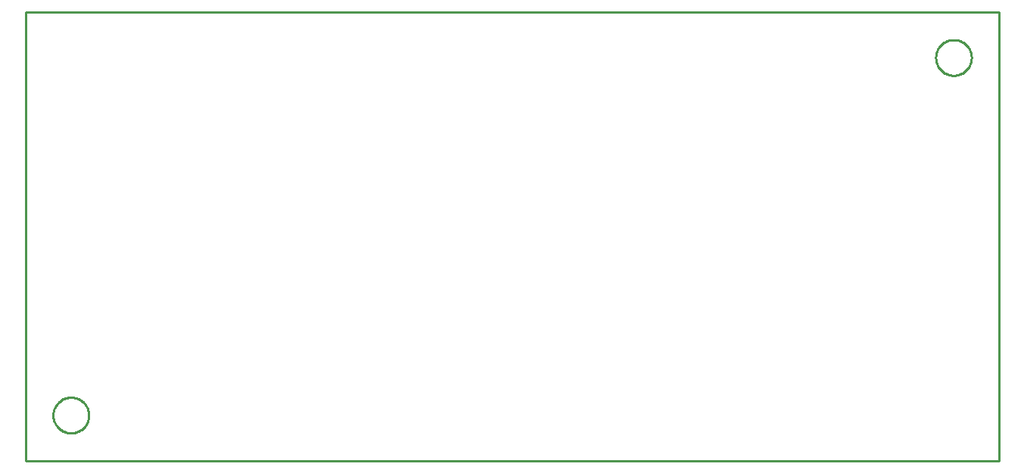
<source format=gbr>
G04 EAGLE Gerber RS-274X export*
G75*
%MOMM*%
%FSLAX34Y34*%
%LPD*%
%AMOC8*
5,1,8,0,0,1.08239X$1,22.5*%
G01*
%ADD10C,0.254000*%


D10*
X0Y0D02*
X1088825Y0D01*
X1088825Y501525D01*
X0Y501525D01*
X0Y0D01*
X1058164Y450248D02*
X1058091Y449045D01*
X1057946Y447849D01*
X1057729Y446663D01*
X1057440Y445493D01*
X1057082Y444343D01*
X1056655Y443216D01*
X1056160Y442117D01*
X1055600Y441050D01*
X1054977Y440019D01*
X1054292Y439028D01*
X1053549Y438079D01*
X1052750Y437177D01*
X1051898Y436325D01*
X1050996Y435526D01*
X1050048Y434783D01*
X1049056Y434098D01*
X1048025Y433475D01*
X1046958Y432915D01*
X1045859Y432420D01*
X1044732Y431993D01*
X1043582Y431635D01*
X1042412Y431346D01*
X1041226Y431129D01*
X1040030Y430984D01*
X1038828Y430911D01*
X1037623Y430911D01*
X1036420Y430984D01*
X1035224Y431129D01*
X1034038Y431346D01*
X1032868Y431635D01*
X1031718Y431993D01*
X1030591Y432420D01*
X1029492Y432915D01*
X1028425Y433475D01*
X1027394Y434098D01*
X1026403Y434783D01*
X1025454Y435526D01*
X1024552Y436325D01*
X1023700Y437177D01*
X1022901Y438079D01*
X1022158Y439028D01*
X1021473Y440019D01*
X1020850Y441050D01*
X1020290Y442117D01*
X1019795Y443216D01*
X1019368Y444343D01*
X1019010Y445493D01*
X1018721Y446663D01*
X1018504Y447849D01*
X1018359Y449045D01*
X1018286Y450248D01*
X1018286Y451453D01*
X1018359Y452655D01*
X1018504Y453851D01*
X1018721Y455037D01*
X1019010Y456207D01*
X1019368Y457357D01*
X1019795Y458484D01*
X1020290Y459583D01*
X1020850Y460650D01*
X1021473Y461681D01*
X1022158Y462673D01*
X1022901Y463621D01*
X1023700Y464523D01*
X1024552Y465375D01*
X1025454Y466174D01*
X1026403Y466917D01*
X1027394Y467602D01*
X1028425Y468225D01*
X1029492Y468785D01*
X1030591Y469280D01*
X1031718Y469707D01*
X1032868Y470065D01*
X1034038Y470354D01*
X1035224Y470571D01*
X1036420Y470716D01*
X1037623Y470789D01*
X1038828Y470789D01*
X1040030Y470716D01*
X1041226Y470571D01*
X1042412Y470354D01*
X1043582Y470065D01*
X1044732Y469707D01*
X1045859Y469280D01*
X1046958Y468785D01*
X1048025Y468225D01*
X1049056Y467602D01*
X1050048Y466917D01*
X1050996Y466174D01*
X1051898Y465375D01*
X1052750Y464523D01*
X1053549Y463621D01*
X1054292Y462673D01*
X1054977Y461681D01*
X1055600Y460650D01*
X1056160Y459583D01*
X1056655Y458484D01*
X1057082Y457357D01*
X1057440Y456207D01*
X1057729Y455037D01*
X1057946Y453851D01*
X1058091Y452655D01*
X1058164Y451453D01*
X1058164Y450248D01*
X70739Y50198D02*
X70666Y48995D01*
X70521Y47799D01*
X70304Y46613D01*
X70015Y45443D01*
X69657Y44293D01*
X69230Y43166D01*
X68735Y42067D01*
X68175Y41000D01*
X67552Y39969D01*
X66867Y38978D01*
X66124Y38029D01*
X65325Y37127D01*
X64473Y36275D01*
X63571Y35476D01*
X62623Y34733D01*
X61631Y34048D01*
X60600Y33425D01*
X59533Y32865D01*
X58434Y32370D01*
X57307Y31943D01*
X56157Y31585D01*
X54987Y31296D01*
X53801Y31079D01*
X52605Y30934D01*
X51403Y30861D01*
X50198Y30861D01*
X48995Y30934D01*
X47799Y31079D01*
X46613Y31296D01*
X45443Y31585D01*
X44293Y31943D01*
X43166Y32370D01*
X42067Y32865D01*
X41000Y33425D01*
X39969Y34048D01*
X38978Y34733D01*
X38029Y35476D01*
X37127Y36275D01*
X36275Y37127D01*
X35476Y38029D01*
X34733Y38978D01*
X34048Y39969D01*
X33425Y41000D01*
X32865Y42067D01*
X32370Y43166D01*
X31943Y44293D01*
X31585Y45443D01*
X31296Y46613D01*
X31079Y47799D01*
X30934Y48995D01*
X30861Y50198D01*
X30861Y51403D01*
X30934Y52605D01*
X31079Y53801D01*
X31296Y54987D01*
X31585Y56157D01*
X31943Y57307D01*
X32370Y58434D01*
X32865Y59533D01*
X33425Y60600D01*
X34048Y61631D01*
X34733Y62623D01*
X35476Y63571D01*
X36275Y64473D01*
X37127Y65325D01*
X38029Y66124D01*
X38978Y66867D01*
X39969Y67552D01*
X41000Y68175D01*
X42067Y68735D01*
X43166Y69230D01*
X44293Y69657D01*
X45443Y70015D01*
X46613Y70304D01*
X47799Y70521D01*
X48995Y70666D01*
X50198Y70739D01*
X51403Y70739D01*
X52605Y70666D01*
X53801Y70521D01*
X54987Y70304D01*
X56157Y70015D01*
X57307Y69657D01*
X58434Y69230D01*
X59533Y68735D01*
X60600Y68175D01*
X61631Y67552D01*
X62623Y66867D01*
X63571Y66124D01*
X64473Y65325D01*
X65325Y64473D01*
X66124Y63571D01*
X66867Y62623D01*
X67552Y61631D01*
X68175Y60600D01*
X68735Y59533D01*
X69230Y58434D01*
X69657Y57307D01*
X70015Y56157D01*
X70304Y54987D01*
X70521Y53801D01*
X70666Y52605D01*
X70739Y51403D01*
X70739Y50198D01*
M02*

</source>
